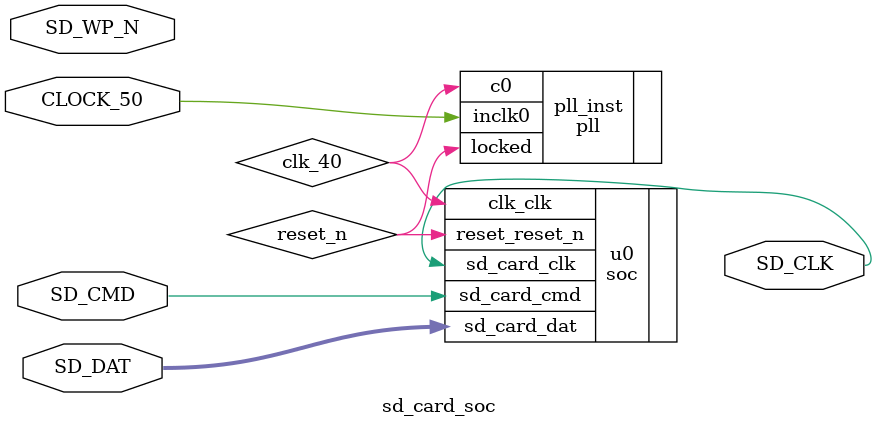
<source format=v>

module sd_card_soc(
    input                       CLOCK_50,
    
    output                      SD_CLK,
    inout                       SD_CMD,
    inout            [3:0]      SD_DAT,
    input                       SD_WP_N
);

wire clk_40;
wire reset_n;

pll pll_inst(
    .inclk0         (CLOCK_50),
    .c0             (clk_40),
    .locked         (reset_n)
);

soc u0 (
    .clk_clk       (clk_40),
    .reset_reset_n (reset_n),
    .sd_card_clk   (SD_CLK),
    .sd_card_dat   (SD_DAT),
    .sd_card_cmd   (SD_CMD)
);

endmodule

</source>
